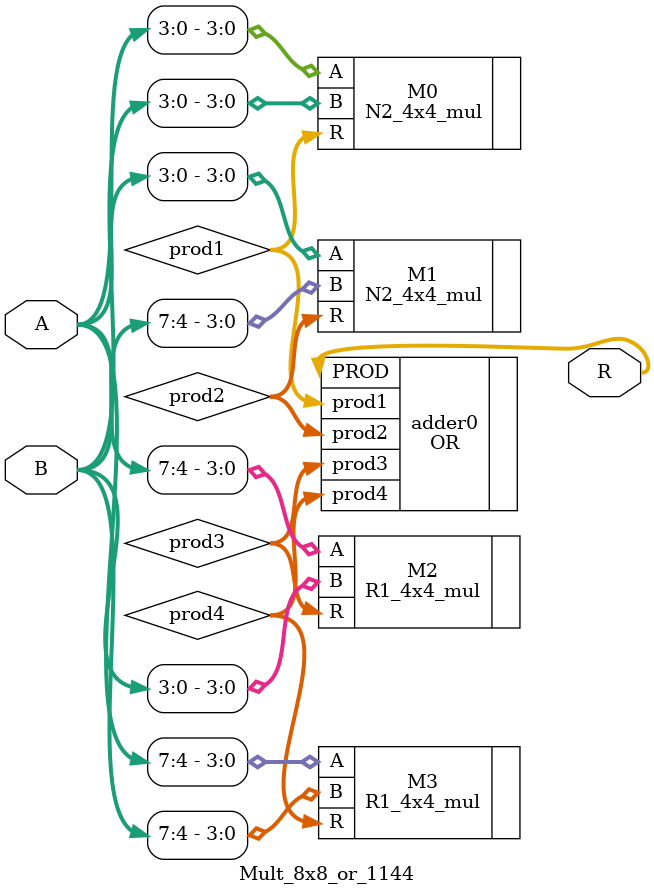
<source format=v>
module Mult_8x8_or_1144(
input [7:0] A,
input [7:0] B,
output [15:0]R
);
wire [7:0]prod1;
wire [7:0]prod2;
wire [7:0]prod3;
wire [7:0]prod4;

N2_4x4_mul M0(.A(A[3:0]),.B(B[3:0]),.R(prod1));
N2_4x4_mul M1(.A(A[3:0]),.B(B[7:4]),.R(prod2));
R1_4x4_mul M2(.A(A[7:4]),.B(B[3:0]),.R(prod3));
R1_4x4_mul M3(.A(A[7:4]),.B(B[7:4]),.R(prod4));
OR adder0(.prod1(prod1),.prod2(prod2),.prod3(prod3),.prod4(prod4),.PROD(R));
endmodule

</source>
